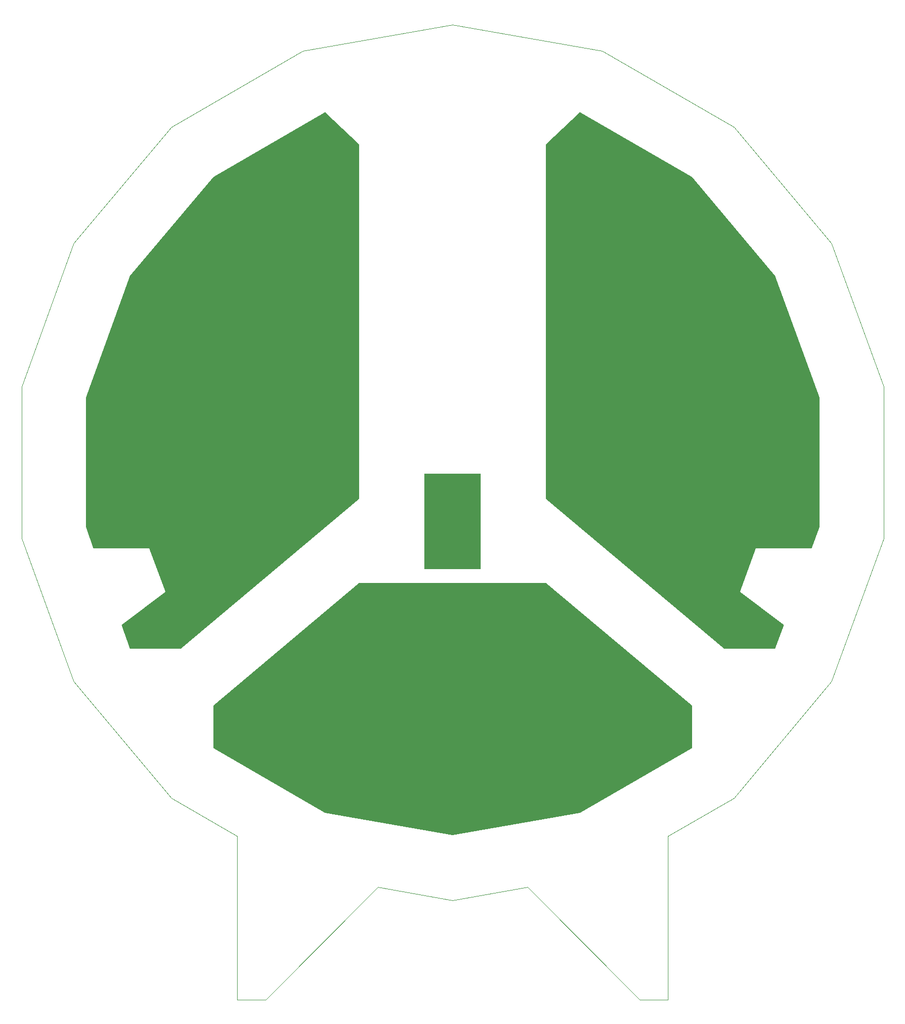
<source format=gbr>
G04*
G04 #@! TF.GenerationSoftware,Altium Limited,Altium Designer,25.4.2 (15)*
G04*
G04 Layer_Color=0*
%FSLAX44Y44*%
%MOMM*%
G71*
G04*
G04 #@! TF.SameCoordinates,EEABE1AA-3A69-4D6F-ADE4-9D398D027295*
G04*
G04*
G04 #@! TF.FilePolarity,Positive*
G04*
G01*
G75*
%ADD275C,0.0254*%
G36*
X484419Y953374D02*
X471394Y989160D01*
Y1210840D01*
X547213Y1419151D01*
X689707Y1588969D01*
X881687Y1699809D01*
X940000Y1645040D01*
Y1037542D01*
X634085Y780848D01*
X547213D01*
X532302Y821817D01*
X607557Y878198D01*
X580195Y953374D01*
X484419D01*
D02*
G37*
G36*
X1051700Y917000D02*
X1148200D01*
X1148200Y1081000D01*
X1051700Y1081000D01*
Y917000D01*
D02*
G37*
G36*
X689707Y611031D02*
X881687Y500191D01*
X1100000Y461697D01*
X1318313Y500191D01*
X1510293Y611031D01*
Y683926D01*
X1260000Y893947D01*
X940000D01*
X689707Y683926D01*
Y611031D01*
D02*
G37*
G36*
X1260000Y1037542D02*
Y1645040D01*
X1318313Y1699809D01*
X1510293Y1588969D01*
X1652787Y1419151D01*
X1728606Y1210840D01*
Y989160D01*
X1715581Y953374D01*
X1619805D01*
X1592443Y878198D01*
X1667698Y821817D01*
X1652787Y780848D01*
X1565915D01*
X1260000Y1037542D01*
D02*
G37*
D275*
X730697Y180349D02*
Y460349D01*
X617909Y525467D01*
X450481Y725000D01*
X361394Y969764D01*
Y1230236D01*
X450481Y1475000D01*
X617909Y1674533D01*
X843485Y1804769D01*
X1100000Y1850000D01*
X1356515Y1804769D01*
X1582091Y1674533D01*
X1749519Y1475000D01*
X1838606Y1230236D01*
Y969764D01*
X1749519Y725000D01*
X1582091Y525467D01*
X1469303Y460349D01*
Y180349D01*
X1420524D01*
X1228258Y372615D01*
X1100000Y350000D01*
X971742Y372615D01*
X779476Y180349D01*
X730697D01*
M02*

</source>
